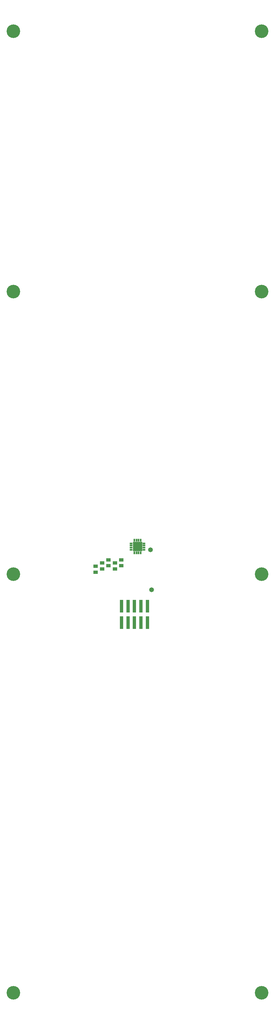
<source format=gbs>
%FSLAX44Y44*%
%MOMM*%
G71*
G01*
G75*
G04 Layer_Color=16711935*
%ADD10R,2.5000X6.0000*%
%ADD11R,6.9850X4.0000*%
%ADD12C,1.0000*%
%ADD13C,4.0000*%
%ADD14C,1.2700*%
%ADD15R,1.0200X3.8000*%
%ADD16R,1.2192X0.8128*%
%ADD17R,0.3556X0.7620*%
%ADD18R,0.7620X0.3556*%
%ADD19R,2.7940X2.7940*%
%ADD20C,0.2540*%
%ADD21R,2.7032X6.2032*%
%ADD22R,7.1882X4.2032*%
%ADD23C,4.2032*%
%ADD24C,1.4732*%
%ADD25R,1.1200X3.9000*%
%ADD26R,1.4224X1.0160*%
%ADD27R,0.5588X0.9652*%
%ADD28R,0.9652X0.5588*%
%ADD29R,2.9972X2.9972*%
D23*
X25000Y3073499D02*
D03*
Y2267999D02*
D03*
Y1394999D02*
D03*
Y99999D02*
D03*
X795000Y3073499D02*
D03*
Y2267999D02*
D03*
Y1394999D02*
D03*
Y99999D02*
D03*
D24*
X450000Y1470000D02*
D03*
X454000Y1346250D02*
D03*
D25*
X440555Y1244650D02*
D03*
Y1295350D02*
D03*
X420555Y1244650D02*
D03*
Y1295350D02*
D03*
X400555Y1244650D02*
D03*
Y1295350D02*
D03*
X380555Y1244650D02*
D03*
Y1295350D02*
D03*
X360555Y1244650D02*
D03*
Y1295350D02*
D03*
D26*
X320000Y1439000D02*
D03*
Y1420856D02*
D03*
X280000Y1419000D02*
D03*
Y1400856D02*
D03*
X300000Y1429000D02*
D03*
Y1410856D02*
D03*
X340000Y1429000D02*
D03*
Y1410856D02*
D03*
X360000Y1439000D02*
D03*
Y1420856D02*
D03*
D27*
X419750Y1460315D02*
D03*
X413250D02*
D03*
X406750D02*
D03*
X400250D02*
D03*
Y1499685D02*
D03*
X406750D02*
D03*
X413250D02*
D03*
X419750D02*
D03*
D28*
X390315Y1470250D02*
D03*
Y1476750D02*
D03*
Y1483250D02*
D03*
Y1489750D02*
D03*
X429685D02*
D03*
Y1483250D02*
D03*
Y1476750D02*
D03*
Y1470250D02*
D03*
D29*
X410000Y1480000D02*
D03*
M02*

</source>
